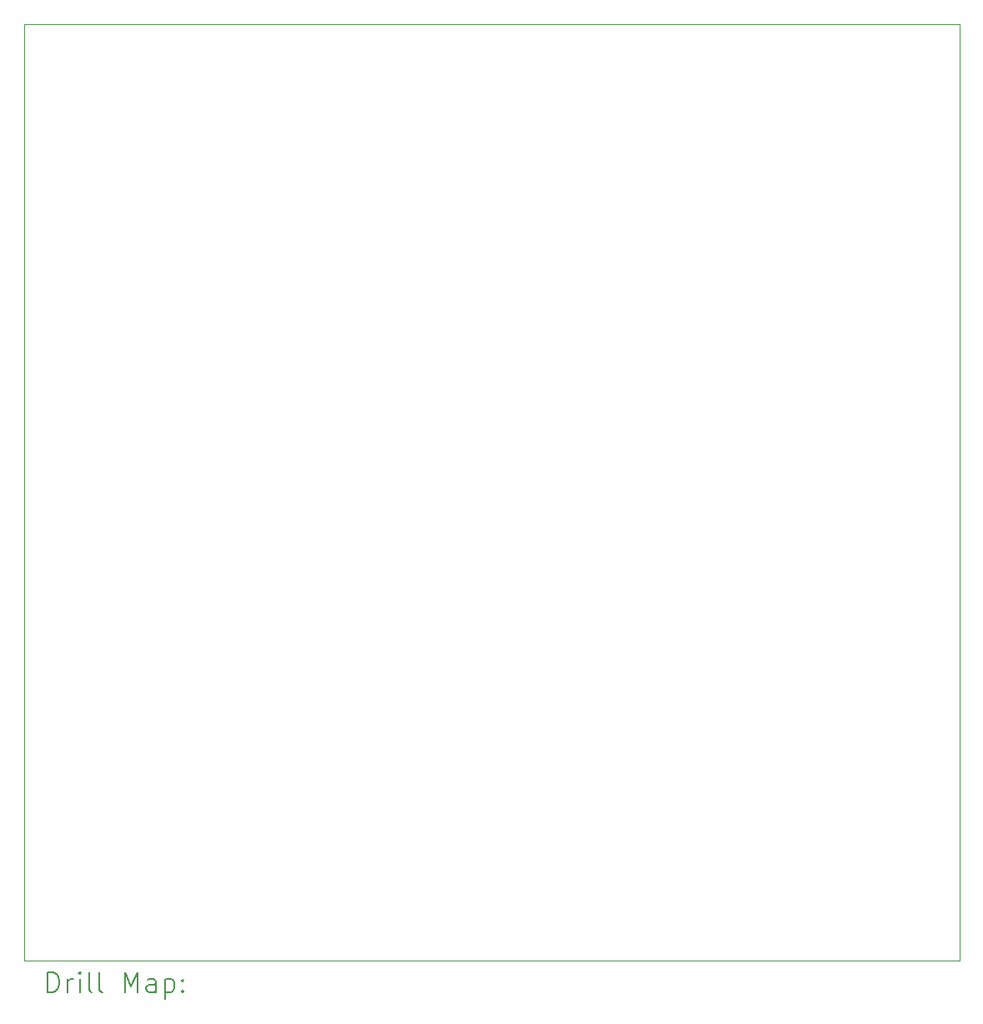
<source format=gbr>
%TF.GenerationSoftware,KiCad,Pcbnew,7.0.1*%
%TF.CreationDate,2023-03-19T16:13:25+09:00*%
%TF.ProjectId,keypad16,6b657970-6164-4313-962e-6b696361645f,rev?*%
%TF.SameCoordinates,Original*%
%TF.FileFunction,Drillmap*%
%TF.FilePolarity,Positive*%
%FSLAX45Y45*%
G04 Gerber Fmt 4.5, Leading zero omitted, Abs format (unit mm)*
G04 Created by KiCad (PCBNEW 7.0.1) date 2023-03-19 16:13:25*
%MOMM*%
%LPD*%
G01*
G04 APERTURE LIST*
%ADD10C,0.100000*%
%ADD11C,0.200000*%
G04 APERTURE END LIST*
D10*
X2350000Y-3620000D02*
X11850000Y-3620000D01*
X11850000Y-13120000D01*
X2350000Y-13120000D01*
X2350000Y-3620000D01*
D11*
X2592619Y-13437524D02*
X2592619Y-13237524D01*
X2592619Y-13237524D02*
X2640238Y-13237524D01*
X2640238Y-13237524D02*
X2668810Y-13247048D01*
X2668810Y-13247048D02*
X2687857Y-13266095D01*
X2687857Y-13266095D02*
X2697381Y-13285143D01*
X2697381Y-13285143D02*
X2706905Y-13323238D01*
X2706905Y-13323238D02*
X2706905Y-13351809D01*
X2706905Y-13351809D02*
X2697381Y-13389905D01*
X2697381Y-13389905D02*
X2687857Y-13408952D01*
X2687857Y-13408952D02*
X2668810Y-13428000D01*
X2668810Y-13428000D02*
X2640238Y-13437524D01*
X2640238Y-13437524D02*
X2592619Y-13437524D01*
X2792619Y-13437524D02*
X2792619Y-13304190D01*
X2792619Y-13342286D02*
X2802143Y-13323238D01*
X2802143Y-13323238D02*
X2811667Y-13313714D01*
X2811667Y-13313714D02*
X2830714Y-13304190D01*
X2830714Y-13304190D02*
X2849762Y-13304190D01*
X2916428Y-13437524D02*
X2916428Y-13304190D01*
X2916428Y-13237524D02*
X2906905Y-13247048D01*
X2906905Y-13247048D02*
X2916428Y-13256571D01*
X2916428Y-13256571D02*
X2925952Y-13247048D01*
X2925952Y-13247048D02*
X2916428Y-13237524D01*
X2916428Y-13237524D02*
X2916428Y-13256571D01*
X3040238Y-13437524D02*
X3021190Y-13428000D01*
X3021190Y-13428000D02*
X3011667Y-13408952D01*
X3011667Y-13408952D02*
X3011667Y-13237524D01*
X3145000Y-13437524D02*
X3125952Y-13428000D01*
X3125952Y-13428000D02*
X3116428Y-13408952D01*
X3116428Y-13408952D02*
X3116428Y-13237524D01*
X3373571Y-13437524D02*
X3373571Y-13237524D01*
X3373571Y-13237524D02*
X3440238Y-13380381D01*
X3440238Y-13380381D02*
X3506905Y-13237524D01*
X3506905Y-13237524D02*
X3506905Y-13437524D01*
X3687857Y-13437524D02*
X3687857Y-13332762D01*
X3687857Y-13332762D02*
X3678333Y-13313714D01*
X3678333Y-13313714D02*
X3659286Y-13304190D01*
X3659286Y-13304190D02*
X3621190Y-13304190D01*
X3621190Y-13304190D02*
X3602143Y-13313714D01*
X3687857Y-13428000D02*
X3668809Y-13437524D01*
X3668809Y-13437524D02*
X3621190Y-13437524D01*
X3621190Y-13437524D02*
X3602143Y-13428000D01*
X3602143Y-13428000D02*
X3592619Y-13408952D01*
X3592619Y-13408952D02*
X3592619Y-13389905D01*
X3592619Y-13389905D02*
X3602143Y-13370857D01*
X3602143Y-13370857D02*
X3621190Y-13361333D01*
X3621190Y-13361333D02*
X3668809Y-13361333D01*
X3668809Y-13361333D02*
X3687857Y-13351809D01*
X3783095Y-13304190D02*
X3783095Y-13504190D01*
X3783095Y-13313714D02*
X3802143Y-13304190D01*
X3802143Y-13304190D02*
X3840238Y-13304190D01*
X3840238Y-13304190D02*
X3859286Y-13313714D01*
X3859286Y-13313714D02*
X3868809Y-13323238D01*
X3868809Y-13323238D02*
X3878333Y-13342286D01*
X3878333Y-13342286D02*
X3878333Y-13399428D01*
X3878333Y-13399428D02*
X3868809Y-13418476D01*
X3868809Y-13418476D02*
X3859286Y-13428000D01*
X3859286Y-13428000D02*
X3840238Y-13437524D01*
X3840238Y-13437524D02*
X3802143Y-13437524D01*
X3802143Y-13437524D02*
X3783095Y-13428000D01*
X3964048Y-13418476D02*
X3973571Y-13428000D01*
X3973571Y-13428000D02*
X3964048Y-13437524D01*
X3964048Y-13437524D02*
X3954524Y-13428000D01*
X3954524Y-13428000D02*
X3964048Y-13418476D01*
X3964048Y-13418476D02*
X3964048Y-13437524D01*
X3964048Y-13313714D02*
X3973571Y-13323238D01*
X3973571Y-13323238D02*
X3964048Y-13332762D01*
X3964048Y-13332762D02*
X3954524Y-13323238D01*
X3954524Y-13323238D02*
X3964048Y-13313714D01*
X3964048Y-13313714D02*
X3964048Y-13332762D01*
M02*

</source>
